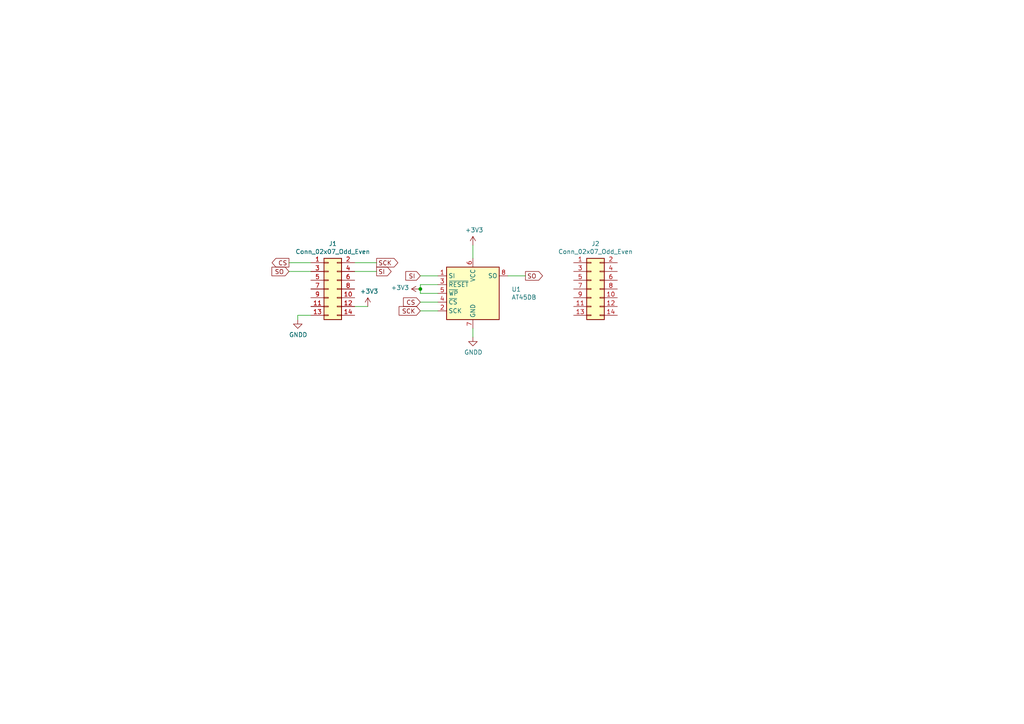
<source format=kicad_sch>
(kicad_sch (version 20211123) (generator eeschema)
  (paper "A4")
  (title_block (title "NANDO SOIC-8 adapter solder") (rev "v1.0"))
  (lib_symbols
    (symbol "nand_programmator:+3.3V" (power) (pin_names (offset 0))
      (property "Value" "+3.3V" (at 0 3.556 0))
      (symbol "+3.3V_0_1"
        (polyline (pts (xy -0.762 1.27) (xy 0 2.54)))
        (polyline (pts (xy 0 0) (xy 0 2.54)))
        (polyline (pts (xy 0 2.54) (xy 0.762 1.27)))
      )
      (symbol "+3.3V_1_1"
        (pin power_in line (at 0 0 90) (length 0) hide (name "+3V3") (number "1"))
      )
    )
    (symbol "nand_programmator:AT45DB161D-SU"
      (property "Reference" "U" (at -7.62 8.89 0))
      (property "Value" "AT45DB161D-SU" (at 10.16 8.89 0))
      (symbol "AT45DB161D-SU_1_1"
        (rectangle (start -7.62 7.62) (end 7.62 -7.62) (stroke (width 0.254)) (fill (type background)))
        (pin input line (at -10.16 5.08 0) (length 2.54) (name "SI") (number "1"))
        (pin input line (at -10.16 -5.08 0) (length 2.54) (name "SCK") (number "2"))
        (pin bidirectional line (at -10.16 2.54 0) (length 2.54) (name "~{RESET}") (number "3"))
        (pin input line (at -10.16 -2.54 0) (length 2.54) (name "~{CS}") (number "4"))
        (pin input line (at -10.16 0 0) (length 2.54) (name "~{WP}") (number "5"))
        (pin power_in line (at 0 10.16 270) (length 2.54) (name "VCC") (number "6"))
        (pin power_in line (at 0 -10.16 90) (length 2.54) (name "GND") (number "7"))
        (pin output line (at 10.16 5.08 180) (length 2.54) (name "SO") (number "8"))
      )
    )
    (symbol "nand_programmator:Conn_02x07_Odd_Even" (pin_names (offset 1.016) hide)
      (property "Reference" "J" (at 1.27 10.16 0))
      (property "Value" "Conn_02x07_Odd_Even" (at 1.27 -10.16 0))
      (symbol "Conn_02x07_Odd_Even_1_1"
        (rectangle (start -1.27 -7.493) (end 0 -7.747) (stroke (width 0.1524)))
        (rectangle (start -1.27 -4.953) (end 0 -5.207) (stroke (width 0.1524)))
        (rectangle (start -1.27 -2.413) (end 0 -2.667) (stroke (width 0.1524)))
        (rectangle (start -1.27 0.127) (end 0 -0.127) (stroke (width 0.1524)))
        (rectangle (start -1.27 2.667) (end 0 2.413) (stroke (width 0.1524)))
        (rectangle (start -1.27 5.207) (end 0 4.953) (stroke (width 0.1524)))
        (rectangle (start -1.27 7.747) (end 0 7.493) (stroke (width 0.1524)))
        (rectangle (start -1.27 8.89) (end 3.81 -8.89) (stroke (width 0.254)) (fill (type background)))
        (rectangle (start 3.81 -7.493) (end 2.54 -7.747) (stroke (width 0.1524)))
        (rectangle (start 3.81 -4.953) (end 2.54 -5.207) (stroke (width 0.1524)))
        (rectangle (start 3.81 -2.413) (end 2.54 -2.667) (stroke (width 0.1524)))
        (rectangle (start 3.81 0.127) (end 2.54 -0.127) (stroke (width 0.1524)))
        (rectangle (start 3.81 2.667) (end 2.54 2.413) (stroke (width 0.1524)))
        (rectangle (start 3.81 5.207) (end 2.54 4.953) (stroke (width 0.1524)))
        (rectangle (start 3.81 7.747) (end 2.54 7.493) (stroke (width 0.1524)))
        (pin passive line (at -5.08 7.62 0) (length 3.81) (name "Pin_1") (number "1"))
        (pin passive line (at 7.62 -2.54 180) (length 3.81) (name "Pin_10") (number "10"))
        (pin passive line (at -5.08 -5.08 0) (length 3.81) (name "Pin_11") (number "11"))
        (pin passive line (at 7.62 -5.08 180) (length 3.81) (name "Pin_12") (number "12"))
        (pin passive line (at -5.08 -7.62 0) (length 3.81) (name "Pin_13") (number "13"))
        (pin passive line (at 7.62 -7.62 180) (length 3.81) (name "Pin_14") (number "14"))
        (pin passive line (at 7.62 7.62 180) (length 3.81) (name "Pin_2") (number "2"))
        (pin passive line (at -5.08 5.08 0) (length 3.81) (name "Pin_3") (number "3"))
        (pin passive line (at 7.62 5.08 180) (length 3.81) (name "Pin_4") (number "4"))
        (pin passive line (at -5.08 2.54 0) (length 3.81) (name "Pin_5") (number "5"))
        (pin passive line (at 7.62 2.54 180) (length 3.81) (name "Pin_6") (number "6"))
        (pin passive line (at -5.08 0 0) (length 3.81) (name "Pin_7") (number "7"))
        (pin passive line (at 7.62 0 180) (length 3.81) (name "Pin_8") (number "8"))
        (pin passive line (at -5.08 -2.54 0) (length 3.81) (name "Pin_9") (number "9"))
      )
    )
    (symbol "nand_programmator:GNDD" (power) (pin_names (offset 0))
      (property "Value" "GNDD" (at 0 -3.81 0))
      (symbol "GNDD_0_1"
        (polyline (pts (xy 0 0) (xy 0 -1.27) (xy 1.27 -1.27) (xy 0 -2.54) (xy -1.27 -1.27) (xy 0 -1.27)))
      )
      (symbol "GNDD_1_1"
        (pin power_in line (at 0 0 270) (length 0) hide (name "GNDD") (number "1"))
      )
    )
  )
  (junction (at 121.92 83.82))
  (wire (pts (xy 137.16 71.12) (xy 137.16 74.93)))
  (wire (pts (xy 121.92 85.09) (xy 121.92 83.82)))
  (wire (pts (xy 86.36 92.71) (xy 86.36 91.44)))
  (wire (pts (xy 147.32 80.01) (xy 152.4 80.01)))
  (wire (pts (xy 121.92 90.17) (xy 127 90.17)))
  (wire (pts (xy 121.92 87.63) (xy 127 87.63)))
  (wire (pts (xy 83.82 76.2) (xy 90.17 76.2)))
  (wire (pts (xy 102.87 76.2) (xy 109.22 76.2)))
  (wire (pts (xy 83.82 78.74) (xy 90.17 78.74)))
  (wire (pts (xy 127 85.09) (xy 121.92 85.09)))
  (wire (pts (xy 127 82.55) (xy 121.92 82.55)))
  (wire (pts (xy 121.92 82.55) (xy 121.92 83.82)))
  (wire (pts (xy 86.36 91.44) (xy 90.17 91.44)))
  (wire (pts (xy 102.87 78.74) (xy 109.22 78.74)))
  (wire (pts (xy 137.16 95.25) (xy 137.16 97.79)))
  (wire (pts (xy 121.92 80.01) (xy 127 80.01)))
  (wire (pts (xy 106.68 88.9) (xy 102.87 88.9)))
  (global_label "SCK" (shape output) (at 109.22 76.2 0) (property "Intersheet References" "${INTERSHEET_REFS}" (effects hide)))
  (global_label "SI" (shape output) (at 109.22 78.74 0) (property "Intersheet References" "${INTERSHEET_REFS}" (effects hide)))
  (global_label "CS" (shape output) (at 83.82 76.2 180) (property "Intersheet References" "${INTERSHEET_REFS}" (effects hide)))
  (global_label "SCK" (shape input) (at 121.92 90.17 180) (property "Intersheet References" "${INTERSHEET_REFS}" (effects hide)))
  (global_label "SO" (shape output) (at 152.4 80.01 0) (property "Intersheet References" "${INTERSHEET_REFS}" (effects hide)))
  (global_label "SI" (shape input) (at 121.92 80.01 180) (property "Intersheet References" "${INTERSHEET_REFS}" (effects hide)))
  (global_label "CS" (shape input) (at 121.92 87.63 180) (property "Intersheet References" "${INTERSHEET_REFS}" (effects hide)))
  (global_label "SO" (shape input) (at 83.82 78.74 180) (property "Intersheet References" "${INTERSHEET_REFS}" (effects hide)))
  (symbol (lib_id "nand_programmator:AT45DB161D-SU") (at 137.16 85.09 0) (unit 1)
    (property "Reference" "U1" (at 148.3614 83.9216 0) (effects (justify left)))
    (property "Value" "AT45DB" (at 148.3614 86.233 0) (effects (justify left)))
    (property "Footprint" "lib_fp:SOIC-8_3.9x4.9mm_P1.27mm" (effects hide))
    (property "Datasheet" "https://www.adestotech.com/wp-content/uploads/doc3500.pdf" (effects hide))
  )
  (symbol (lib_id "nand_programmator:Conn_02x07_Odd_Even") (at 95.25 83.82 0) (unit 1)
    (property "Reference" "J1" (at 96.52 70.6882 0))
    (property "Value" "Conn_02x07_Odd_Even" (at 96.52 72.9996 0))
    (property "Footprint" "lib_fp:PinSocket_2x07_P2.54mm_Vertical" (effects hide))
    (property "Farnell Ref" "1392520" (effects hide))
  )
  (symbol (lib_id "nand_programmator:Conn_02x07_Odd_Even") (at 171.45 83.82 0) (unit 1)
    (property "Reference" "J2" (at 172.72 70.6882 0))
    (property "Value" "Conn_02x07_Odd_Even" (at 172.72 72.9996 0))
    (property "Footprint" "lib_fp:PinSocket_2x07_P2.54mm_Vertical" (effects hide))
    (property "Farnell Ref" "1392520" (effects hide))
  )
  (symbol (lib_id "nand_programmator:GNDD") (at 137.16 97.79 0) (unit 1)
    (property "Reference" "#PWR0101" (effects hide))
    (property "Value" "GNDD" (at 137.287 102.1842 0))
  )
  (symbol (lib_id "nand_programmator:GNDD") (at 86.36 92.71 0) (unit 1)
    (property "Reference" "#PWR0102" (effects hide))
    (property "Value" "GNDD" (at 86.487 97.1042 0))
  )
  (symbol (lib_id "nand_programmator:+3.3V") (at 106.68 88.9 0) (unit 1)
    (property "Reference" "#PWR0103" (effects hide))
    (property "Value" "+3.3V" (at 107.061 84.5058 0))
  )
  (symbol (lib_id "nand_programmator:+3.3V") (at 137.16 71.12 0) (unit 1)
    (property "Reference" "#PWR0104" (effects hide))
    (property "Value" "+3.3V" (at 137.541 66.7258 0))
  )
  (symbol (lib_id "nand_programmator:+3.3V") (at 121.92 83.82 90) (unit 1)
    (property "Reference" "#PWR0105" (effects hide))
    (property "Value" "+3.3V" (at 118.6688 83.439 90) (effects (justify left)))
  )
)
</source>
